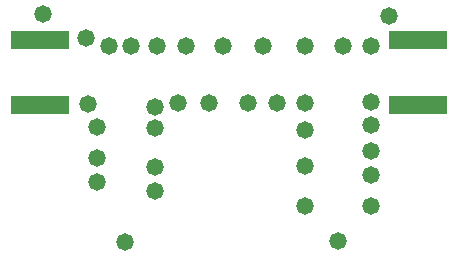
<source format=gbr>
%TF.GenerationSoftware,Altium Limited,Altium Designer,20.0.10 (225)*%
G04 Layer_Color=16711935*
%FSLAX26Y26*%
%MOIN*%
%TF.FileFunction,Soldermask,Bot*%
%TF.Part,Single*%
G01*
G75*
%TA.AperFunction,SMDPad,CuDef*%
%ADD13R,0.196850X0.062992*%
%TA.AperFunction,ViaPad*%
%ADD17C,0.058000*%
D13*
X3040945Y4550417D02*
D03*
Y4332307D02*
D03*
X1781890D02*
D03*
Y4550417D02*
D03*
D17*
X1790000Y4635000D02*
D03*
X2885000Y4342382D02*
D03*
X2791673Y4530000D02*
D03*
X2885000D02*
D03*
X1940000Y4335000D02*
D03*
X2945000Y4630000D02*
D03*
X2665000Y4340000D02*
D03*
X2165000Y4125000D02*
D03*
Y4045000D02*
D03*
X1970000Y4075000D02*
D03*
Y4155000D02*
D03*
X2885000Y4180000D02*
D03*
Y4099085D02*
D03*
X2665000Y3994327D02*
D03*
X2885000D02*
D03*
X2665000Y4129885D02*
D03*
Y4250000D02*
D03*
X2390000Y4530000D02*
D03*
X2345000Y4340000D02*
D03*
X2474385D02*
D03*
X2525000Y4530000D02*
D03*
X1970000Y4260000D02*
D03*
X2165000Y4255000D02*
D03*
X2665000Y4530000D02*
D03*
X2570000Y4340000D02*
D03*
X2885000Y4265000D02*
D03*
X1935000Y4555000D02*
D03*
X2165000Y4325000D02*
D03*
X2240000Y4340000D02*
D03*
X2265425Y4530000D02*
D03*
X2171548D02*
D03*
X2085000D02*
D03*
X2010000D02*
D03*
X2775000Y3880000D02*
D03*
X2065000Y3875000D02*
D03*
%TF.MD5,76cfcd563b7331bbd14c54e311119015*%
M02*

</source>
